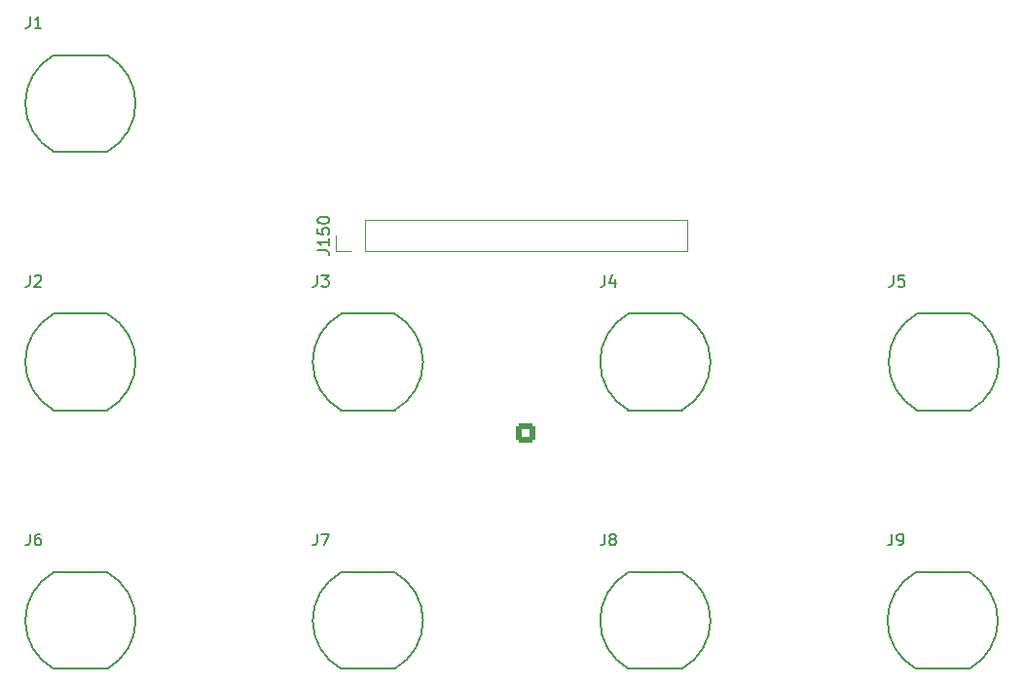
<source format=gto>
G04 #@! TF.GenerationSoftware,KiCad,Pcbnew,9.0.0*
G04 #@! TF.CreationDate,2025-03-15T23:03:29+01:00*
G04 #@! TF.ProjectId,DMH_VCO_40106_PCB_Conn_Mk2,444d485f-5643-44f5-9f34-303130365f50,1*
G04 #@! TF.SameCoordinates,Original*
G04 #@! TF.FileFunction,Legend,Top*
G04 #@! TF.FilePolarity,Positive*
%FSLAX46Y46*%
G04 Gerber Fmt 4.6, Leading zero omitted, Abs format (unit mm)*
G04 Created by KiCad (PCBNEW 9.0.0) date 2025-03-15 23:03:29*
%MOMM*%
%LPD*%
G01*
G04 APERTURE LIST*
G04 Aperture macros list*
%AMRoundRect*
0 Rectangle with rounded corners*
0 $1 Rounding radius*
0 $2 $3 $4 $5 $6 $7 $8 $9 X,Y pos of 4 corners*
0 Add a 4 corners polygon primitive as box body*
4,1,4,$2,$3,$4,$5,$6,$7,$8,$9,$2,$3,0*
0 Add four circle primitives for the rounded corners*
1,1,$1+$1,$2,$3*
1,1,$1+$1,$4,$5*
1,1,$1+$1,$6,$7*
1,1,$1+$1,$8,$9*
0 Add four rect primitives between the rounded corners*
20,1,$1+$1,$2,$3,$4,$5,0*
20,1,$1+$1,$4,$5,$6,$7,0*
20,1,$1+$1,$6,$7,$8,$9,0*
20,1,$1+$1,$8,$9,$2,$3,0*%
%AMHorizOval*
0 Thick line with rounded ends*
0 $1 width*
0 $2 $3 position (X,Y) of the first rounded end (center of the circle)*
0 $4 $5 position (X,Y) of the second rounded end (center of the circle)*
0 Add line between two ends*
20,1,$1,$2,$3,$4,$5,0*
0 Add two circle primitives to create the rounded ends*
1,1,$1,$2,$3*
1,1,$1,$4,$5*%
G04 Aperture macros list end*
%ADD10C,0.150000*%
%ADD11C,0.120000*%
%ADD12HorizOval,1.712000X-0.533159X-0.533159X0.533159X0.533159X0*%
%ADD13O,1.712000X3.220000*%
%ADD14O,3.220000X1.712000*%
%ADD15R,1.700000X1.700000*%
%ADD16O,1.700000X1.700000*%
%ADD17C,1.600000*%
%ADD18R,1.600000X1.600000*%
%ADD19O,1.600000X1.600000*%
%ADD20RoundRect,0.250000X0.600000X0.600000X-0.600000X0.600000X-0.600000X-0.600000X0.600000X-0.600000X0*%
%ADD21C,1.700000*%
G04 APERTURE END LIST*
D10*
X133091666Y-221204819D02*
X133091666Y-221919104D01*
X133091666Y-221919104D02*
X133044047Y-222061961D01*
X133044047Y-222061961D02*
X132948809Y-222157200D01*
X132948809Y-222157200D02*
X132805952Y-222204819D01*
X132805952Y-222204819D02*
X132710714Y-222204819D01*
X133615476Y-222204819D02*
X133805952Y-222204819D01*
X133805952Y-222204819D02*
X133901190Y-222157200D01*
X133901190Y-222157200D02*
X133948809Y-222109580D01*
X133948809Y-222109580D02*
X134044047Y-221966723D01*
X134044047Y-221966723D02*
X134091666Y-221776247D01*
X134091666Y-221776247D02*
X134091666Y-221395295D01*
X134091666Y-221395295D02*
X134044047Y-221300057D01*
X134044047Y-221300057D02*
X133996428Y-221252438D01*
X133996428Y-221252438D02*
X133901190Y-221204819D01*
X133901190Y-221204819D02*
X133710714Y-221204819D01*
X133710714Y-221204819D02*
X133615476Y-221252438D01*
X133615476Y-221252438D02*
X133567857Y-221300057D01*
X133567857Y-221300057D02*
X133520238Y-221395295D01*
X133520238Y-221395295D02*
X133520238Y-221633390D01*
X133520238Y-221633390D02*
X133567857Y-221728628D01*
X133567857Y-221728628D02*
X133615476Y-221776247D01*
X133615476Y-221776247D02*
X133710714Y-221823866D01*
X133710714Y-221823866D02*
X133901190Y-221823866D01*
X133901190Y-221823866D02*
X133996428Y-221776247D01*
X133996428Y-221776247D02*
X134044047Y-221728628D01*
X134044047Y-221728628D02*
X134091666Y-221633390D01*
X83091666Y-221204819D02*
X83091666Y-221919104D01*
X83091666Y-221919104D02*
X83044047Y-222061961D01*
X83044047Y-222061961D02*
X82948809Y-222157200D01*
X82948809Y-222157200D02*
X82805952Y-222204819D01*
X82805952Y-222204819D02*
X82710714Y-222204819D01*
X83472619Y-221204819D02*
X84139285Y-221204819D01*
X84139285Y-221204819D02*
X83710714Y-222204819D01*
X58091666Y-176204819D02*
X58091666Y-176919104D01*
X58091666Y-176919104D02*
X58044047Y-177061961D01*
X58044047Y-177061961D02*
X57948809Y-177157200D01*
X57948809Y-177157200D02*
X57805952Y-177204819D01*
X57805952Y-177204819D02*
X57710714Y-177204819D01*
X59091666Y-177204819D02*
X58520238Y-177204819D01*
X58805952Y-177204819D02*
X58805952Y-176204819D01*
X58805952Y-176204819D02*
X58710714Y-176347676D01*
X58710714Y-176347676D02*
X58615476Y-176442914D01*
X58615476Y-176442914D02*
X58520238Y-176490533D01*
X58091666Y-198704819D02*
X58091666Y-199419104D01*
X58091666Y-199419104D02*
X58044047Y-199561961D01*
X58044047Y-199561961D02*
X57948809Y-199657200D01*
X57948809Y-199657200D02*
X57805952Y-199704819D01*
X57805952Y-199704819D02*
X57710714Y-199704819D01*
X58520238Y-198800057D02*
X58567857Y-198752438D01*
X58567857Y-198752438D02*
X58663095Y-198704819D01*
X58663095Y-198704819D02*
X58901190Y-198704819D01*
X58901190Y-198704819D02*
X58996428Y-198752438D01*
X58996428Y-198752438D02*
X59044047Y-198800057D01*
X59044047Y-198800057D02*
X59091666Y-198895295D01*
X59091666Y-198895295D02*
X59091666Y-198990533D01*
X59091666Y-198990533D02*
X59044047Y-199133390D01*
X59044047Y-199133390D02*
X58472619Y-199704819D01*
X58472619Y-199704819D02*
X59091666Y-199704819D01*
X133187856Y-198704819D02*
X133187856Y-199419104D01*
X133187856Y-199419104D02*
X133140237Y-199561961D01*
X133140237Y-199561961D02*
X133044999Y-199657200D01*
X133044999Y-199657200D02*
X132902142Y-199704819D01*
X132902142Y-199704819D02*
X132806904Y-199704819D01*
X134140237Y-198704819D02*
X133664047Y-198704819D01*
X133664047Y-198704819D02*
X133616428Y-199181009D01*
X133616428Y-199181009D02*
X133664047Y-199133390D01*
X133664047Y-199133390D02*
X133759285Y-199085771D01*
X133759285Y-199085771D02*
X133997380Y-199085771D01*
X133997380Y-199085771D02*
X134092618Y-199133390D01*
X134092618Y-199133390D02*
X134140237Y-199181009D01*
X134140237Y-199181009D02*
X134187856Y-199276247D01*
X134187856Y-199276247D02*
X134187856Y-199514342D01*
X134187856Y-199514342D02*
X134140237Y-199609580D01*
X134140237Y-199609580D02*
X134092618Y-199657200D01*
X134092618Y-199657200D02*
X133997380Y-199704819D01*
X133997380Y-199704819D02*
X133759285Y-199704819D01*
X133759285Y-199704819D02*
X133664047Y-199657200D01*
X133664047Y-199657200D02*
X133616428Y-199609580D01*
X83091666Y-198704819D02*
X83091666Y-199419104D01*
X83091666Y-199419104D02*
X83044047Y-199561961D01*
X83044047Y-199561961D02*
X82948809Y-199657200D01*
X82948809Y-199657200D02*
X82805952Y-199704819D01*
X82805952Y-199704819D02*
X82710714Y-199704819D01*
X83472619Y-198704819D02*
X84091666Y-198704819D01*
X84091666Y-198704819D02*
X83758333Y-199085771D01*
X83758333Y-199085771D02*
X83901190Y-199085771D01*
X83901190Y-199085771D02*
X83996428Y-199133390D01*
X83996428Y-199133390D02*
X84044047Y-199181009D01*
X84044047Y-199181009D02*
X84091666Y-199276247D01*
X84091666Y-199276247D02*
X84091666Y-199514342D01*
X84091666Y-199514342D02*
X84044047Y-199609580D01*
X84044047Y-199609580D02*
X83996428Y-199657200D01*
X83996428Y-199657200D02*
X83901190Y-199704819D01*
X83901190Y-199704819D02*
X83615476Y-199704819D01*
X83615476Y-199704819D02*
X83520238Y-199657200D01*
X83520238Y-199657200D02*
X83472619Y-199609580D01*
X108091666Y-221204819D02*
X108091666Y-221919104D01*
X108091666Y-221919104D02*
X108044047Y-222061961D01*
X108044047Y-222061961D02*
X107948809Y-222157200D01*
X107948809Y-222157200D02*
X107805952Y-222204819D01*
X107805952Y-222204819D02*
X107710714Y-222204819D01*
X108710714Y-221633390D02*
X108615476Y-221585771D01*
X108615476Y-221585771D02*
X108567857Y-221538152D01*
X108567857Y-221538152D02*
X108520238Y-221442914D01*
X108520238Y-221442914D02*
X108520238Y-221395295D01*
X108520238Y-221395295D02*
X108567857Y-221300057D01*
X108567857Y-221300057D02*
X108615476Y-221252438D01*
X108615476Y-221252438D02*
X108710714Y-221204819D01*
X108710714Y-221204819D02*
X108901190Y-221204819D01*
X108901190Y-221204819D02*
X108996428Y-221252438D01*
X108996428Y-221252438D02*
X109044047Y-221300057D01*
X109044047Y-221300057D02*
X109091666Y-221395295D01*
X109091666Y-221395295D02*
X109091666Y-221442914D01*
X109091666Y-221442914D02*
X109044047Y-221538152D01*
X109044047Y-221538152D02*
X108996428Y-221585771D01*
X108996428Y-221585771D02*
X108901190Y-221633390D01*
X108901190Y-221633390D02*
X108710714Y-221633390D01*
X108710714Y-221633390D02*
X108615476Y-221681009D01*
X108615476Y-221681009D02*
X108567857Y-221728628D01*
X108567857Y-221728628D02*
X108520238Y-221823866D01*
X108520238Y-221823866D02*
X108520238Y-222014342D01*
X108520238Y-222014342D02*
X108567857Y-222109580D01*
X108567857Y-222109580D02*
X108615476Y-222157200D01*
X108615476Y-222157200D02*
X108710714Y-222204819D01*
X108710714Y-222204819D02*
X108901190Y-222204819D01*
X108901190Y-222204819D02*
X108996428Y-222157200D01*
X108996428Y-222157200D02*
X109044047Y-222109580D01*
X109044047Y-222109580D02*
X109091666Y-222014342D01*
X109091666Y-222014342D02*
X109091666Y-221823866D01*
X109091666Y-221823866D02*
X109044047Y-221728628D01*
X109044047Y-221728628D02*
X108996428Y-221681009D01*
X108996428Y-221681009D02*
X108901190Y-221633390D01*
X108091666Y-198704819D02*
X108091666Y-199419104D01*
X108091666Y-199419104D02*
X108044047Y-199561961D01*
X108044047Y-199561961D02*
X107948809Y-199657200D01*
X107948809Y-199657200D02*
X107805952Y-199704819D01*
X107805952Y-199704819D02*
X107710714Y-199704819D01*
X108996428Y-199038152D02*
X108996428Y-199704819D01*
X108758333Y-198657200D02*
X108520238Y-199371485D01*
X108520238Y-199371485D02*
X109139285Y-199371485D01*
X58091666Y-221204819D02*
X58091666Y-221919104D01*
X58091666Y-221919104D02*
X58044047Y-222061961D01*
X58044047Y-222061961D02*
X57948809Y-222157200D01*
X57948809Y-222157200D02*
X57805952Y-222204819D01*
X57805952Y-222204819D02*
X57710714Y-222204819D01*
X58996428Y-221204819D02*
X58805952Y-221204819D01*
X58805952Y-221204819D02*
X58710714Y-221252438D01*
X58710714Y-221252438D02*
X58663095Y-221300057D01*
X58663095Y-221300057D02*
X58567857Y-221442914D01*
X58567857Y-221442914D02*
X58520238Y-221633390D01*
X58520238Y-221633390D02*
X58520238Y-222014342D01*
X58520238Y-222014342D02*
X58567857Y-222109580D01*
X58567857Y-222109580D02*
X58615476Y-222157200D01*
X58615476Y-222157200D02*
X58710714Y-222204819D01*
X58710714Y-222204819D02*
X58901190Y-222204819D01*
X58901190Y-222204819D02*
X58996428Y-222157200D01*
X58996428Y-222157200D02*
X59044047Y-222109580D01*
X59044047Y-222109580D02*
X59091666Y-222014342D01*
X59091666Y-222014342D02*
X59091666Y-221776247D01*
X59091666Y-221776247D02*
X59044047Y-221681009D01*
X59044047Y-221681009D02*
X58996428Y-221633390D01*
X58996428Y-221633390D02*
X58901190Y-221585771D01*
X58901190Y-221585771D02*
X58710714Y-221585771D01*
X58710714Y-221585771D02*
X58615476Y-221633390D01*
X58615476Y-221633390D02*
X58567857Y-221681009D01*
X58567857Y-221681009D02*
X58520238Y-221776247D01*
X83134819Y-196535714D02*
X83849104Y-196535714D01*
X83849104Y-196535714D02*
X83991961Y-196583333D01*
X83991961Y-196583333D02*
X84087200Y-196678571D01*
X84087200Y-196678571D02*
X84134819Y-196821428D01*
X84134819Y-196821428D02*
X84134819Y-196916666D01*
X84134819Y-195535714D02*
X84134819Y-196107142D01*
X84134819Y-195821428D02*
X83134819Y-195821428D01*
X83134819Y-195821428D02*
X83277676Y-195916666D01*
X83277676Y-195916666D02*
X83372914Y-196011904D01*
X83372914Y-196011904D02*
X83420533Y-196107142D01*
X83134819Y-194630952D02*
X83134819Y-195107142D01*
X83134819Y-195107142D02*
X83611009Y-195154761D01*
X83611009Y-195154761D02*
X83563390Y-195107142D01*
X83563390Y-195107142D02*
X83515771Y-195011904D01*
X83515771Y-195011904D02*
X83515771Y-194773809D01*
X83515771Y-194773809D02*
X83563390Y-194678571D01*
X83563390Y-194678571D02*
X83611009Y-194630952D01*
X83611009Y-194630952D02*
X83706247Y-194583333D01*
X83706247Y-194583333D02*
X83944342Y-194583333D01*
X83944342Y-194583333D02*
X84039580Y-194630952D01*
X84039580Y-194630952D02*
X84087200Y-194678571D01*
X84087200Y-194678571D02*
X84134819Y-194773809D01*
X84134819Y-194773809D02*
X84134819Y-195011904D01*
X84134819Y-195011904D02*
X84087200Y-195107142D01*
X84087200Y-195107142D02*
X84039580Y-195154761D01*
X83134819Y-193964285D02*
X83134819Y-193869047D01*
X83134819Y-193869047D02*
X83182438Y-193773809D01*
X83182438Y-193773809D02*
X83230057Y-193726190D01*
X83230057Y-193726190D02*
X83325295Y-193678571D01*
X83325295Y-193678571D02*
X83515771Y-193630952D01*
X83515771Y-193630952D02*
X83753866Y-193630952D01*
X83753866Y-193630952D02*
X83944342Y-193678571D01*
X83944342Y-193678571D02*
X84039580Y-193726190D01*
X84039580Y-193726190D02*
X84087200Y-193773809D01*
X84087200Y-193773809D02*
X84134819Y-193869047D01*
X84134819Y-193869047D02*
X84134819Y-193964285D01*
X84134819Y-193964285D02*
X84087200Y-194059523D01*
X84087200Y-194059523D02*
X84039580Y-194107142D01*
X84039580Y-194107142D02*
X83944342Y-194154761D01*
X83944342Y-194154761D02*
X83753866Y-194202380D01*
X83753866Y-194202380D02*
X83515771Y-194202380D01*
X83515771Y-194202380D02*
X83325295Y-194154761D01*
X83325295Y-194154761D02*
X83230057Y-194107142D01*
X83230057Y-194107142D02*
X83182438Y-194059523D01*
X83182438Y-194059523D02*
X83134819Y-193964285D01*
X137500000Y-224550000D02*
X135150000Y-224550000D01*
X137500000Y-224550000D02*
X139850000Y-224550000D01*
X137500000Y-232950000D02*
X135150000Y-232950000D01*
X137500000Y-232950000D02*
X139850000Y-232950000D01*
X132700000Y-228750000D02*
G75*
G02*
X135156222Y-224561121I4800000J0D01*
G01*
X135156222Y-232938879D02*
G75*
G02*
X132700000Y-228750000I2343778J4188879D01*
G01*
X139843778Y-224561121D02*
G75*
G02*
X142300000Y-228750000I-2343781J-4188881D01*
G01*
X142300000Y-228750000D02*
G75*
G02*
X139843778Y-232938879I-4800003J2D01*
G01*
X87500000Y-224550000D02*
X85150000Y-224550000D01*
X87500000Y-224550000D02*
X89850000Y-224550000D01*
X87500000Y-232950000D02*
X85150000Y-232950000D01*
X87500000Y-232950000D02*
X89850000Y-232950000D01*
X82700000Y-228750000D02*
G75*
G02*
X85156222Y-224561121I4800000J0D01*
G01*
X85156222Y-232938879D02*
G75*
G02*
X82700000Y-228750000I2343778J4188879D01*
G01*
X89843778Y-224561121D02*
G75*
G02*
X92300000Y-228750000I-2343781J-4188881D01*
G01*
X92300000Y-228750000D02*
G75*
G02*
X89843778Y-232938879I-4800003J2D01*
G01*
X62500000Y-179550000D02*
X60150000Y-179550000D01*
X62500000Y-179550000D02*
X64850000Y-179550000D01*
X62500000Y-187950000D02*
X60150000Y-187950000D01*
X62500000Y-187950000D02*
X64850000Y-187950000D01*
X57700000Y-183750000D02*
G75*
G02*
X60156222Y-179561121I4800000J0D01*
G01*
X60156222Y-187938879D02*
G75*
G02*
X57700000Y-183750000I2343778J4188879D01*
G01*
X64843778Y-179561121D02*
G75*
G02*
X67300000Y-183750000I-2343781J-4188881D01*
G01*
X67300000Y-183750000D02*
G75*
G02*
X64843778Y-187938879I-4800003J2D01*
G01*
X62500000Y-202050000D02*
X60150000Y-202050000D01*
X62500000Y-202050000D02*
X64850000Y-202050000D01*
X62500000Y-210450000D02*
X60150000Y-210450000D01*
X62500000Y-210450000D02*
X64850000Y-210450000D01*
X57700000Y-206250000D02*
G75*
G02*
X60156222Y-202061121I4800000J0D01*
G01*
X60156222Y-210438879D02*
G75*
G02*
X57700000Y-206250000I2343778J4188879D01*
G01*
X64843778Y-202061121D02*
G75*
G02*
X67300000Y-206250000I-2343781J-4188881D01*
G01*
X67300000Y-206250000D02*
G75*
G02*
X64843778Y-210438879I-4800003J2D01*
G01*
X137596190Y-202050000D02*
X135246190Y-202050000D01*
X137596190Y-202050000D02*
X139946190Y-202050000D01*
X137596190Y-210450000D02*
X135246190Y-210450000D01*
X137596190Y-210450000D02*
X139946190Y-210450000D01*
X132796190Y-206250000D02*
G75*
G02*
X135252412Y-202061121I4800000J0D01*
G01*
X135252412Y-210438879D02*
G75*
G02*
X132796190Y-206250000I2343778J4188879D01*
G01*
X139939968Y-202061121D02*
G75*
G02*
X142396190Y-206250000I-2343781J-4188881D01*
G01*
X142396190Y-206250000D02*
G75*
G02*
X139939968Y-210438879I-4800003J2D01*
G01*
X87500000Y-202050000D02*
X85150000Y-202050000D01*
X87500000Y-202050000D02*
X89850000Y-202050000D01*
X87500000Y-210450000D02*
X85150000Y-210450000D01*
X87500000Y-210450000D02*
X89850000Y-210450000D01*
X82700000Y-206250000D02*
G75*
G02*
X85156222Y-202061121I4800000J0D01*
G01*
X85156222Y-210438879D02*
G75*
G02*
X82700000Y-206250000I2343778J4188879D01*
G01*
X89843778Y-202061121D02*
G75*
G02*
X92300000Y-206250000I-2343781J-4188881D01*
G01*
X92300000Y-206250000D02*
G75*
G02*
X89843778Y-210438879I-4800003J2D01*
G01*
X112500000Y-224550000D02*
X110150000Y-224550000D01*
X112500000Y-224550000D02*
X114850000Y-224550000D01*
X112500000Y-232950000D02*
X110150000Y-232950000D01*
X112500000Y-232950000D02*
X114850000Y-232950000D01*
X107700000Y-228750000D02*
G75*
G02*
X110156222Y-224561121I4800000J0D01*
G01*
X110156222Y-232938879D02*
G75*
G02*
X107700000Y-228750000I2343778J4188879D01*
G01*
X114843778Y-224561121D02*
G75*
G02*
X117300000Y-228750000I-2343781J-4188881D01*
G01*
X117300000Y-228750000D02*
G75*
G02*
X114843778Y-232938879I-4800003J2D01*
G01*
X112500000Y-202050000D02*
X110150000Y-202050000D01*
X112500000Y-202050000D02*
X114850000Y-202050000D01*
X112500000Y-210450000D02*
X110150000Y-210450000D01*
X112500000Y-210450000D02*
X114850000Y-210450000D01*
X107700000Y-206250000D02*
G75*
G02*
X110156222Y-202061121I4800000J0D01*
G01*
X110156222Y-210438879D02*
G75*
G02*
X107700000Y-206250000I2343778J4188879D01*
G01*
X114843778Y-202061121D02*
G75*
G02*
X117300000Y-206250000I-2343781J-4188881D01*
G01*
X117300000Y-206250000D02*
G75*
G02*
X114843778Y-210438879I-4800003J2D01*
G01*
X62500000Y-224550000D02*
X60150000Y-224550000D01*
X62500000Y-224550000D02*
X64850000Y-224550000D01*
X62500000Y-232950000D02*
X60150000Y-232950000D01*
X62500000Y-232950000D02*
X64850000Y-232950000D01*
X57700000Y-228750000D02*
G75*
G02*
X60156222Y-224561121I4800000J0D01*
G01*
X60156222Y-232938879D02*
G75*
G02*
X57700000Y-228750000I2343778J4188879D01*
G01*
X64843778Y-224561121D02*
G75*
G02*
X67300000Y-228750000I-2343781J-4188881D01*
G01*
X67300000Y-228750000D02*
G75*
G02*
X64843778Y-232938879I-4800003J2D01*
G01*
D11*
X84680000Y-196580000D02*
X84680000Y-195250000D01*
X86010000Y-196580000D02*
X84680000Y-196580000D01*
X87280000Y-193920000D02*
X115280000Y-193920000D01*
X87280000Y-196580000D02*
X87280000Y-193920000D01*
X87280000Y-196580000D02*
X115280000Y-196580000D01*
X115280000Y-196580000D02*
X115280000Y-193920000D01*
%LPC*%
D12*
X132903810Y-224153810D03*
D13*
X144000000Y-228250000D03*
D14*
X140000000Y-222250000D03*
D12*
X82903810Y-224153810D03*
D13*
X94000000Y-228250000D03*
D14*
X90000000Y-222250000D03*
D12*
X57903810Y-179153810D03*
D13*
X69000000Y-183250000D03*
D14*
X65000000Y-177250000D03*
D12*
X57903810Y-201653810D03*
D13*
X69000000Y-205750000D03*
D14*
X65000000Y-199750000D03*
D12*
X133000000Y-201653810D03*
D13*
X144096190Y-205750000D03*
D14*
X140096190Y-199750000D03*
D12*
X82903810Y-201653810D03*
D13*
X94000000Y-205750000D03*
D14*
X90000000Y-199750000D03*
D12*
X107903810Y-224153810D03*
D13*
X119000000Y-228250000D03*
D14*
X115000000Y-222250000D03*
D12*
X107903810Y-201653810D03*
D13*
X119000000Y-205750000D03*
D14*
X115000000Y-199750000D03*
D12*
X57903810Y-224153810D03*
D13*
X69000000Y-228250000D03*
D14*
X65000000Y-222250000D03*
D15*
X86010000Y-195250000D03*
D16*
X88550000Y-195250000D03*
X91090000Y-195250000D03*
X93630000Y-195250000D03*
X96170000Y-195250000D03*
X98710000Y-195250000D03*
X101250000Y-195250000D03*
X103790000Y-195250000D03*
X106330000Y-195250000D03*
X108870000Y-195250000D03*
X111410000Y-195250000D03*
X113950000Y-195250000D03*
D17*
X118250000Y-220000000D03*
X118250000Y-215000000D03*
D15*
X137500000Y-217500000D03*
X112500000Y-217500000D03*
D18*
X121200000Y-213700000D03*
D19*
X123740000Y-213700000D03*
X126280000Y-213700000D03*
X128820000Y-213700000D03*
X128820000Y-221320000D03*
X126280000Y-221320000D03*
X123740000Y-221320000D03*
X121200000Y-221320000D03*
D20*
X101252500Y-212420000D03*
D21*
X101252500Y-214960000D03*
X101252500Y-217500000D03*
X101252500Y-220040000D03*
X101252500Y-222580000D03*
X98712500Y-212420000D03*
X98712500Y-214960000D03*
X98712500Y-217500000D03*
X98712500Y-220040000D03*
X98712500Y-222580000D03*
D17*
X131750000Y-215000000D03*
X131750000Y-220000000D03*
X125000000Y-199190000D03*
D19*
X125000000Y-206810000D03*
%LPD*%
M02*

</source>
